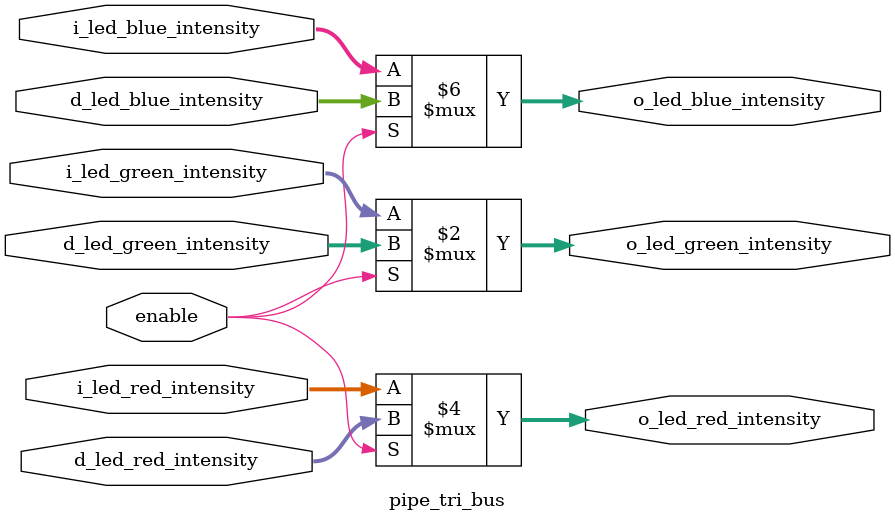
<source format=v>
module pipe_tri_bus (
    input  wire enable,
    input  wire [7:0] i_led_green_intensity,
    input  wire [7:0] i_led_red_intensity,
    input  wire [7:0] i_led_blue_intensity,
    input  wire [7:0] d_led_green_intensity,
    input  wire [7:0] d_led_red_intensity,
    input  wire [7:0] d_led_blue_intensity,
    output wire [7:0] o_led_green_intensity,
    output wire [7:0] o_led_red_intensity,
    output wire [7:0] o_led_blue_intensity
);

    assign o_led_green_intensity = (enable == 1'b1) ? d_led_green_intensity : i_led_green_intensity;
    assign o_led_red_intensity   = (enable == 1'b1) ? d_led_red_intensity   : i_led_red_intensity;
    assign o_led_blue_intensity  = (enable == 1'b1) ? d_led_blue_intensity  : i_led_blue_intensity;

endmodule

</source>
